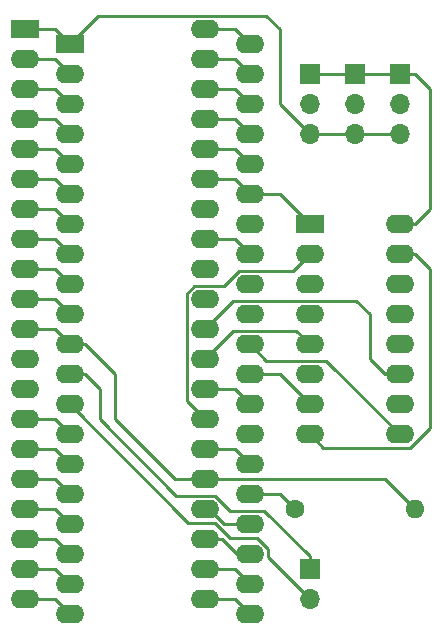
<source format=gbl>
G04 #@! TF.GenerationSoftware,KiCad,Pcbnew,(5.1.9)-1*
G04 #@! TF.CreationDate,2022-09-29T01:04:44-04:00*
G04 #@! TF.ProjectId,Cocoloca,436f636f-6c6f-4636-912e-6b696361645f,rev?*
G04 #@! TF.SameCoordinates,Original*
G04 #@! TF.FileFunction,Copper,L2,Bot*
G04 #@! TF.FilePolarity,Positive*
%FSLAX46Y46*%
G04 Gerber Fmt 4.6, Leading zero omitted, Abs format (unit mm)*
G04 Created by KiCad (PCBNEW (5.1.9)-1) date 2022-09-29 01:04:44*
%MOMM*%
%LPD*%
G01*
G04 APERTURE LIST*
G04 #@! TA.AperFunction,ComponentPad*
%ADD10O,2.400000X1.600000*%
G04 #@! TD*
G04 #@! TA.AperFunction,ComponentPad*
%ADD11R,2.400000X1.600000*%
G04 #@! TD*
G04 #@! TA.AperFunction,ComponentPad*
%ADD12O,1.600000X1.600000*%
G04 #@! TD*
G04 #@! TA.AperFunction,ComponentPad*
%ADD13C,1.600000*%
G04 #@! TD*
G04 #@! TA.AperFunction,ComponentPad*
%ADD14O,1.700000X1.700000*%
G04 #@! TD*
G04 #@! TA.AperFunction,ComponentPad*
%ADD15R,1.700000X1.700000*%
G04 #@! TD*
G04 #@! TA.AperFunction,Conductor*
%ADD16C,0.250000*%
G04 #@! TD*
G04 APERTURE END LIST*
D10*
X151130000Y-96520000D03*
X143510000Y-114300000D03*
X151130000Y-99060000D03*
X143510000Y-111760000D03*
X151130000Y-101600000D03*
X143510000Y-109220000D03*
X151130000Y-104140000D03*
X143510000Y-106680000D03*
X151130000Y-106680000D03*
X143510000Y-104140000D03*
X151130000Y-109220000D03*
X143510000Y-101600000D03*
X151130000Y-111760000D03*
X143510000Y-99060000D03*
X151130000Y-114300000D03*
D11*
X143510000Y-96520000D03*
D10*
X134620000Y-80010000D03*
X119380000Y-128270000D03*
X134620000Y-82550000D03*
X119380000Y-125730000D03*
X134620000Y-85090000D03*
X119380000Y-123190000D03*
X134620000Y-87630000D03*
X119380000Y-120650000D03*
X134620000Y-90170000D03*
X119380000Y-118110000D03*
X134620000Y-92710000D03*
X119380000Y-115570000D03*
X134620000Y-95250000D03*
X119380000Y-113030000D03*
X134620000Y-97790000D03*
X119380000Y-110490000D03*
X134620000Y-100330000D03*
X119380000Y-107950000D03*
X134620000Y-102870000D03*
X119380000Y-105410000D03*
X134620000Y-105410000D03*
X119380000Y-102870000D03*
X134620000Y-107950000D03*
X119380000Y-100330000D03*
X134620000Y-110490000D03*
X119380000Y-97790000D03*
X134620000Y-113030000D03*
X119380000Y-95250000D03*
X134620000Y-115570000D03*
X119380000Y-92710000D03*
X134620000Y-118110000D03*
X119380000Y-90170000D03*
X134620000Y-120650000D03*
X119380000Y-87630000D03*
X134620000Y-123190000D03*
X119380000Y-85090000D03*
X134620000Y-125730000D03*
X119380000Y-82550000D03*
X134620000Y-128270000D03*
D11*
X119380000Y-80010000D03*
D10*
X138430000Y-81280000D03*
X123190000Y-129540000D03*
X138430000Y-83820000D03*
X123190000Y-127000000D03*
X138430000Y-86360000D03*
X123190000Y-124460000D03*
X138430000Y-88900000D03*
X123190000Y-121920000D03*
X138430000Y-91440000D03*
X123190000Y-119380000D03*
X138430000Y-93980000D03*
X123190000Y-116840000D03*
X138430000Y-96520000D03*
X123190000Y-114300000D03*
X138430000Y-99060000D03*
X123190000Y-111760000D03*
X138430000Y-101600000D03*
X123190000Y-109220000D03*
X138430000Y-104140000D03*
X123190000Y-106680000D03*
X138430000Y-106680000D03*
X123190000Y-104140000D03*
X138430000Y-109220000D03*
X123190000Y-101600000D03*
X138430000Y-111760000D03*
X123190000Y-99060000D03*
X138430000Y-114300000D03*
X123190000Y-96520000D03*
X138430000Y-116840000D03*
X123190000Y-93980000D03*
X138430000Y-119380000D03*
X123190000Y-91440000D03*
X138430000Y-121920000D03*
X123190000Y-88900000D03*
X138430000Y-124460000D03*
X123190000Y-86360000D03*
X138430000Y-127000000D03*
X123190000Y-83820000D03*
X138430000Y-129540000D03*
D11*
X123190000Y-81280000D03*
D12*
X152400000Y-120650000D03*
D13*
X142240000Y-120650000D03*
D14*
X143510000Y-128270000D03*
D15*
X143510000Y-125730000D03*
D14*
X143510000Y-88900000D03*
X143510000Y-86360000D03*
D15*
X143510000Y-83820000D03*
D14*
X147320000Y-88900000D03*
X147320000Y-86360000D03*
D15*
X147320000Y-83820000D03*
D14*
X151130000Y-88900000D03*
X151130000Y-86360000D03*
D15*
X151130000Y-83820000D03*
D16*
X134620000Y-118110000D02*
X149860000Y-118110000D01*
X149860000Y-118110000D02*
X152400000Y-120650000D01*
X121920000Y-105410000D02*
X123190000Y-106680000D01*
X119380000Y-105410000D02*
X121920000Y-105410000D01*
X127000000Y-109220000D02*
X124460000Y-106680000D01*
X127000000Y-113030000D02*
X127000000Y-109220000D01*
X132080000Y-118110000D02*
X127000000Y-113030000D01*
X124460000Y-106680000D02*
X123190000Y-106680000D01*
X134620000Y-118110000D02*
X132080000Y-118110000D01*
X140970000Y-119380000D02*
X142240000Y-120650000D01*
X138430000Y-119380000D02*
X140970000Y-119380000D01*
X137160000Y-80010000D02*
X138430000Y-81280000D01*
X134620000Y-80010000D02*
X137160000Y-80010000D01*
X121920000Y-128270000D02*
X123190000Y-129540000D01*
X119380000Y-128270000D02*
X121920000Y-128270000D01*
X137160000Y-82550000D02*
X138430000Y-83820000D01*
X134620000Y-82550000D02*
X137160000Y-82550000D01*
X121920000Y-125730000D02*
X123190000Y-127000000D01*
X119380000Y-125730000D02*
X121920000Y-125730000D01*
X137160000Y-85090000D02*
X138430000Y-86360000D01*
X134620000Y-85090000D02*
X137160000Y-85090000D01*
X121920000Y-123190000D02*
X123190000Y-124460000D01*
X119380000Y-123190000D02*
X121920000Y-123190000D01*
X137160000Y-87630000D02*
X138430000Y-88900000D01*
X134620000Y-87630000D02*
X137160000Y-87630000D01*
X137160000Y-90170000D02*
X138430000Y-91440000D01*
X134620000Y-90170000D02*
X137160000Y-90170000D01*
X121920000Y-118110000D02*
X123190000Y-119380000D01*
X119380000Y-118110000D02*
X121920000Y-118110000D01*
X137160000Y-92710000D02*
X138430000Y-93980000D01*
X134620000Y-92710000D02*
X137160000Y-92710000D01*
X140970000Y-93980000D02*
X143510000Y-96520000D01*
X138430000Y-93980000D02*
X140970000Y-93980000D01*
X121920000Y-115570000D02*
X123190000Y-116840000D01*
X119380000Y-115570000D02*
X121920000Y-115570000D01*
X121920000Y-113030000D02*
X123190000Y-114300000D01*
X119380000Y-113030000D02*
X121920000Y-113030000D01*
X137160000Y-97790000D02*
X138430000Y-99060000D01*
X134620000Y-97790000D02*
X137160000Y-97790000D01*
X137015010Y-103014990D02*
X147464990Y-103014990D01*
X134620000Y-105410000D02*
X137015010Y-103014990D01*
X147464990Y-103014990D02*
X148590000Y-104140000D01*
X151130000Y-109220000D02*
X149860000Y-109220000D01*
X148590000Y-107950000D02*
X148590000Y-104140000D01*
X149860000Y-109220000D02*
X148590000Y-107950000D01*
X121920000Y-102870000D02*
X123190000Y-104140000D01*
X119380000Y-102870000D02*
X121920000Y-102870000D01*
X142384990Y-105554990D02*
X143510000Y-106680000D01*
X137015010Y-105554990D02*
X142384990Y-105554990D01*
X134620000Y-107950000D02*
X137015010Y-105554990D01*
X121920000Y-100330000D02*
X123190000Y-101600000D01*
X119380000Y-100330000D02*
X121920000Y-100330000D01*
X137160000Y-110490000D02*
X138430000Y-111760000D01*
X134620000Y-110490000D02*
X137160000Y-110490000D01*
X121920000Y-97790000D02*
X123190000Y-99060000D01*
X119380000Y-97790000D02*
X121920000Y-97790000D01*
X133094990Y-102404006D02*
X133094990Y-111504990D01*
X133754006Y-101744990D02*
X133094990Y-102404006D01*
X136294006Y-101744990D02*
X133754006Y-101744990D01*
X137564006Y-100474990D02*
X136294006Y-101744990D01*
X142095010Y-100474990D02*
X137564006Y-100474990D01*
X143510000Y-99060000D02*
X142095010Y-100474990D01*
X133094990Y-111504990D02*
X134620000Y-113030000D01*
X121920000Y-95250000D02*
X123190000Y-96520000D01*
X119380000Y-95250000D02*
X121920000Y-95250000D01*
X137160000Y-115570000D02*
X138430000Y-116840000D01*
X134620000Y-115570000D02*
X137160000Y-115570000D01*
X121920000Y-92710000D02*
X123190000Y-93980000D01*
X119380000Y-92710000D02*
X121920000Y-92710000D01*
X121920000Y-90170000D02*
X123190000Y-91440000D01*
X119380000Y-90170000D02*
X121920000Y-90170000D01*
X138430000Y-121920000D02*
X137160000Y-121920000D01*
X136290000Y-121920000D02*
X138430000Y-121920000D01*
X135020000Y-120650000D02*
X136290000Y-121920000D01*
X134620000Y-120650000D02*
X135020000Y-120650000D01*
X121920000Y-87630000D02*
X123190000Y-88900000D01*
X119380000Y-87630000D02*
X121920000Y-87630000D01*
X137340000Y-124460000D02*
X138430000Y-124460000D01*
X136070000Y-123190000D02*
X137340000Y-124460000D01*
X134620000Y-123190000D02*
X136070000Y-123190000D01*
X121920000Y-85090000D02*
X123190000Y-86360000D01*
X119380000Y-85090000D02*
X121920000Y-85090000D01*
X137160000Y-125730000D02*
X138430000Y-127000000D01*
X134620000Y-125730000D02*
X137160000Y-125730000D01*
X121920000Y-82550000D02*
X123190000Y-83820000D01*
X119380000Y-82550000D02*
X121920000Y-82550000D01*
X137160000Y-128270000D02*
X138430000Y-129540000D01*
X134620000Y-128270000D02*
X137160000Y-128270000D01*
X139844990Y-78884990D02*
X140970000Y-80010000D01*
X140970000Y-86360000D02*
X143510000Y-88900000D01*
X140970000Y-80010000D02*
X140970000Y-86360000D01*
X125585010Y-78884990D02*
X139844990Y-78884990D01*
X123190000Y-81280000D02*
X125585010Y-78884990D01*
X151130000Y-99608996D02*
X151130000Y-99060000D01*
X121920000Y-80010000D02*
X123190000Y-81280000D01*
X119380000Y-80010000D02*
X121920000Y-80010000D01*
X147320000Y-88900000D02*
X151130000Y-88900000D01*
X143510000Y-88900000D02*
X147320000Y-88900000D01*
X151995994Y-115425010D02*
X153670000Y-113751004D01*
X144635010Y-115425010D02*
X151995994Y-115425010D01*
X143510000Y-114300000D02*
X144635010Y-115425010D01*
X153670000Y-113751004D02*
X153670000Y-100330000D01*
X152400000Y-99060000D02*
X151130000Y-99060000D01*
X153670000Y-100330000D02*
X152400000Y-99060000D01*
X151130000Y-96520000D02*
X152400000Y-96520000D01*
X152400000Y-96520000D02*
X153670000Y-95250000D01*
X153670000Y-95250000D02*
X153670000Y-85090000D01*
X152400000Y-83820000D02*
X151130000Y-83820000D01*
X153670000Y-85090000D02*
X152400000Y-83820000D01*
X143510000Y-83820000D02*
X151130000Y-83820000D01*
X121920000Y-120650000D02*
X123190000Y-121920000D01*
X119380000Y-120650000D02*
X121920000Y-120650000D01*
X133205010Y-121775010D02*
X123190000Y-111760000D01*
X135485994Y-121775010D02*
X133205010Y-121775010D01*
X136755994Y-123045010D02*
X135485994Y-121775010D01*
X139955010Y-123994006D02*
X139006014Y-123045010D01*
X139955010Y-124715010D02*
X139955010Y-123994006D01*
X139006014Y-123045010D02*
X136755994Y-123045010D01*
X143510000Y-128270000D02*
X139955010Y-124715010D01*
X135485994Y-119524990D02*
X132224990Y-119524990D01*
X136755994Y-120794990D02*
X135485994Y-119524990D01*
X139674990Y-120794990D02*
X136755994Y-120794990D01*
X143510000Y-124630000D02*
X139674990Y-120794990D01*
X143510000Y-125730000D02*
X143510000Y-124630000D01*
X132224990Y-119524990D02*
X125730000Y-113030000D01*
X125730000Y-113030000D02*
X125730000Y-110490000D01*
X124460000Y-109220000D02*
X123190000Y-109220000D01*
X125730000Y-110490000D02*
X124460000Y-109220000D01*
X139844990Y-108094990D02*
X138430000Y-106680000D01*
X144924990Y-108094990D02*
X139844990Y-108094990D01*
X151130000Y-114300000D02*
X144924990Y-108094990D01*
X142961004Y-111760000D02*
X143510000Y-111760000D01*
X140970000Y-109220000D02*
X143510000Y-111760000D01*
X138430000Y-109220000D02*
X140970000Y-109220000D01*
M02*

</source>
